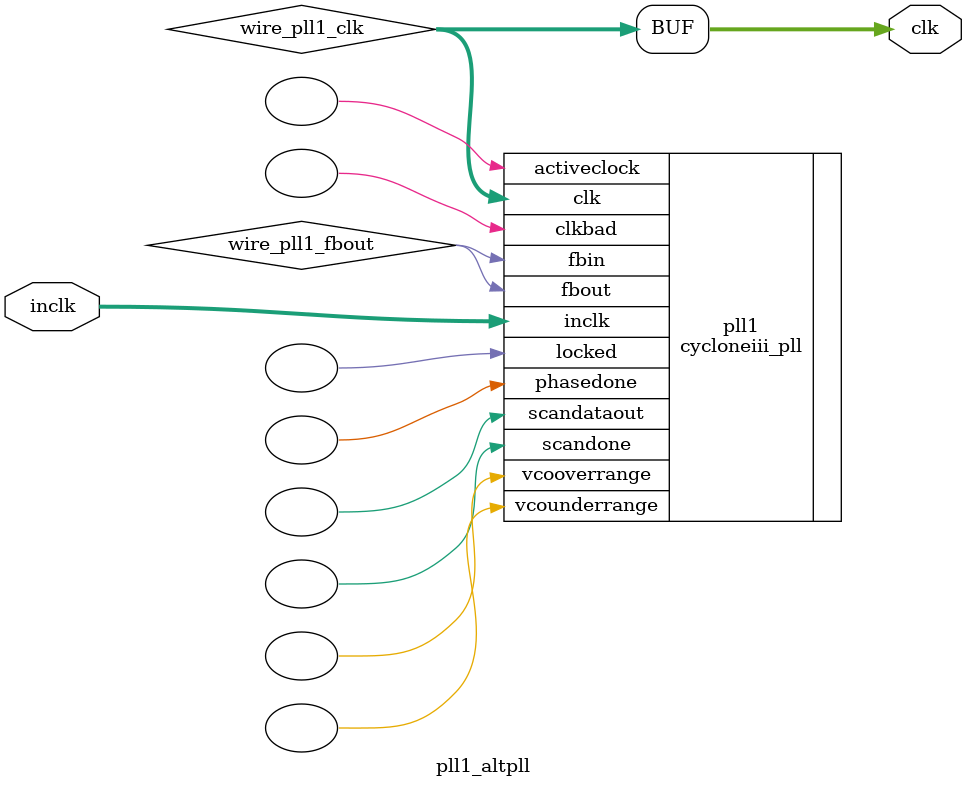
<source format=v>






//synthesis_resources = cycloneiii_pll 1 
//synopsys translate_off
`timescale 1 ps / 1 ps
//synopsys translate_on
module  pll1_altpll
	( 
	clk,
	inclk) /* synthesis synthesis_clearbox=1 */;
	output   [4:0]  clk;
	input   [1:0]  inclk;
`ifndef ALTERA_RESERVED_QIS
// synopsys translate_off
`endif
	tri0   [1:0]  inclk;
`ifndef ALTERA_RESERVED_QIS
// synopsys translate_on
`endif

	wire  [4:0]   wire_pll1_clk;
	wire  wire_pll1_fbout;

	cycloneiii_pll   pll1
	( 
	.activeclock(),
	.clk(wire_pll1_clk),
	.clkbad(),
	.fbin(wire_pll1_fbout),
	.fbout(wire_pll1_fbout),
	.inclk(inclk),
	.locked(),
	.phasedone(),
	.scandataout(),
	.scandone(),
	.vcooverrange(),
	.vcounderrange()
	`ifndef FORMAL_VERIFICATION
	// synopsys translate_off
	`endif
	,
	.areset(1'b0),
	.clkswitch(1'b0),
	.configupdate(1'b0),
	.pfdena(1'b1),
	.phasecounterselect({3{1'b0}}),
	.phasestep(1'b0),
	.phaseupdown(1'b0),
	.scanclk(1'b0),
	.scanclkena(1'b1),
	.scandata(1'b0)
	`ifndef FORMAL_VERIFICATION
	// synopsys translate_on
	`endif
	);
	defparam
		pll1.bandwidth_type = "auto",
		pll1.clk0_divide_by = 2000,
		pll1.clk0_duty_cycle = 50,
		pll1.clk0_multiply_by = 1007,
		pll1.clk0_phase_shift = "0",
		pll1.compensate_clock = "clk0",
		pll1.inclk0_input_frequency = 20000,
		pll1.operation_mode = "normal",
		pll1.pll_type = "auto",
		pll1.lpm_type = "cycloneiii_pll";
	assign
		clk = {wire_pll1_clk[4:0]};
endmodule //pll1_altpll
//VALID FILE

</source>
